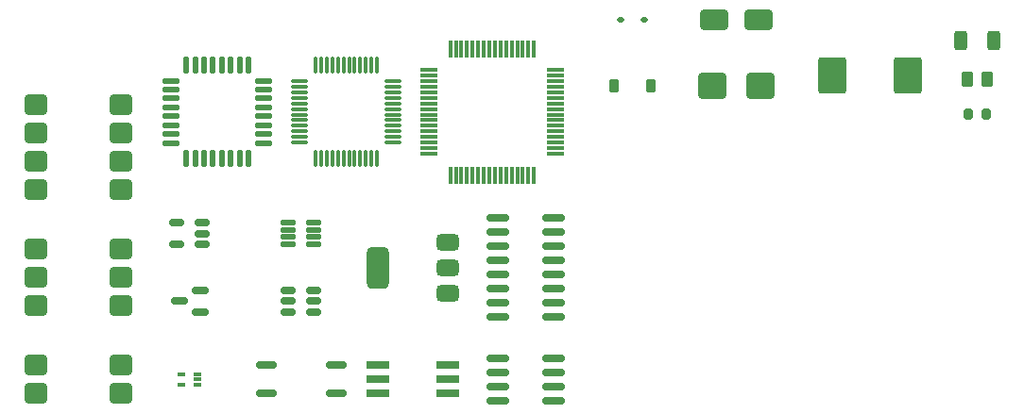
<source format=gbp>
%TF.GenerationSoftware,KiCad,Pcbnew,9.0.6*%
%TF.CreationDate,2025-11-26T14:41:24-05:00*%
%TF.ProjectId,smt_training,736d745f-7472-4616-996e-696e672e6b69,1.1*%
%TF.SameCoordinates,Original*%
%TF.FileFunction,Paste,Bot*%
%TF.FilePolarity,Positive*%
%FSLAX46Y46*%
G04 Gerber Fmt 4.6, Leading zero omitted, Abs format (unit mm)*
G04 Created by KiCad (PCBNEW 9.0.6) date 2025-11-26 14:41:24*
%MOMM*%
%LPD*%
G01*
G04 APERTURE LIST*
G04 Aperture macros list*
%AMRoundRect*
0 Rectangle with rounded corners*
0 $1 Rounding radius*
0 $2 $3 $4 $5 $6 $7 $8 $9 X,Y pos of 4 corners*
0 Add a 4 corners polygon primitive as box body*
4,1,4,$2,$3,$4,$5,$6,$7,$8,$9,$2,$3,0*
0 Add four circle primitives for the rounded corners*
1,1,$1+$1,$2,$3*
1,1,$1+$1,$4,$5*
1,1,$1+$1,$6,$7*
1,1,$1+$1,$8,$9*
0 Add four rect primitives between the rounded corners*
20,1,$1+$1,$2,$3,$4,$5,0*
20,1,$1+$1,$4,$5,$6,$7,0*
20,1,$1+$1,$6,$7,$8,$9,0*
20,1,$1+$1,$8,$9,$2,$3,0*%
G04 Aperture macros list end*
%ADD10RoundRect,0.125000X0.537500X0.125000X-0.537500X0.125000X-0.537500X-0.125000X0.537500X-0.125000X0*%
%ADD11RoundRect,0.249999X0.750001X0.640001X-0.750001X0.640001X-0.750001X-0.640001X0.750001X-0.640001X0*%
%ADD12RoundRect,0.150000X0.825000X0.150000X-0.825000X0.150000X-0.825000X-0.150000X0.825000X-0.150000X0*%
%ADD13RoundRect,0.150000X0.512500X0.150000X-0.512500X0.150000X-0.512500X-0.150000X0.512500X-0.150000X0*%
%ADD14RoundRect,0.375000X0.625000X0.375000X-0.625000X0.375000X-0.625000X-0.375000X0.625000X-0.375000X0*%
%ADD15RoundRect,0.500000X0.500000X1.400000X-0.500000X1.400000X-0.500000X-1.400000X0.500000X-1.400000X0*%
%ADD16RoundRect,0.075000X0.700000X0.075000X-0.700000X0.075000X-0.700000X-0.075000X0.700000X-0.075000X0*%
%ADD17RoundRect,0.075000X0.075000X0.700000X-0.075000X0.700000X-0.075000X-0.700000X0.075000X-0.700000X0*%
%ADD18RoundRect,0.150000X0.750000X0.150000X-0.750000X0.150000X-0.750000X-0.150000X0.750000X-0.150000X0*%
%ADD19RoundRect,0.200000X0.200000X0.275000X-0.200000X0.275000X-0.200000X-0.275000X0.200000X-0.275000X0*%
%ADD20RoundRect,0.250000X1.000000X0.650000X-1.000000X0.650000X-1.000000X-0.650000X1.000000X-0.650000X0*%
%ADD21RoundRect,0.125000X0.625000X0.125000X-0.625000X0.125000X-0.625000X-0.125000X0.625000X-0.125000X0*%
%ADD22RoundRect,0.125000X0.125000X0.625000X-0.125000X0.625000X-0.125000X-0.625000X0.125000X-0.625000X0*%
%ADD23RoundRect,0.225000X0.225000X0.375000X-0.225000X0.375000X-0.225000X-0.375000X0.225000X-0.375000X0*%
%ADD24RoundRect,0.250000X1.000000X0.900000X-1.000000X0.900000X-1.000000X-0.900000X1.000000X-0.900000X0*%
%ADD25RoundRect,0.087500X0.250000X0.087500X-0.250000X0.087500X-0.250000X-0.087500X0.250000X-0.087500X0*%
%ADD26RoundRect,0.112500X0.187500X0.112500X-0.187500X0.112500X-0.187500X-0.112500X0.187500X-0.112500X0*%
%ADD27RoundRect,0.075000X0.662500X0.075000X-0.662500X0.075000X-0.662500X-0.075000X0.662500X-0.075000X0*%
%ADD28RoundRect,0.075000X0.075000X0.662500X-0.075000X0.662500X-0.075000X-0.662500X0.075000X-0.662500X0*%
%ADD29RoundRect,0.250000X0.312500X0.625000X-0.312500X0.625000X-0.312500X-0.625000X0.312500X-0.625000X0*%
%ADD30RoundRect,0.250000X0.262500X0.450000X-0.262500X0.450000X-0.262500X-0.450000X0.262500X-0.450000X0*%
%ADD31RoundRect,0.150000X0.587500X0.150000X-0.587500X0.150000X-0.587500X-0.150000X0.587500X-0.150000X0*%
%ADD32RoundRect,0.250000X1.000000X-1.400000X1.000000X1.400000X-1.000000X1.400000X-1.000000X-1.400000X0*%
%ADD33R,2.000000X0.640000*%
G04 APERTURE END LIST*
D10*
%TO.C,SOT-23-8*%
X56427500Y-60035500D03*
X56427500Y-60685500D03*
X56427500Y-61335500D03*
X56427500Y-61985500D03*
X54152500Y-61985500D03*
X54152500Y-61335500D03*
X54152500Y-60685500D03*
X54152500Y-60035500D03*
%TD*%
D11*
%TO.C,SMDIP-4*%
X39100000Y-72860500D03*
X39100000Y-75400500D03*
X31480000Y-75400500D03*
X31480000Y-72860500D03*
%TD*%
D12*
%TO.C,SOIC-8*%
X77875000Y-72225500D03*
X77875000Y-73495500D03*
X77875000Y-74765500D03*
X77875000Y-76035500D03*
X72925000Y-76035500D03*
X72925000Y-74765500D03*
X72925000Y-73495500D03*
X72925000Y-72225500D03*
%TD*%
D13*
%TO.C,SOT-23-6*%
X56427500Y-66148000D03*
X56427500Y-67098000D03*
X56427500Y-68048000D03*
X54152500Y-68048000D03*
X54152500Y-67098000D03*
X54152500Y-66148000D03*
%TD*%
D14*
%TO.C,SOT-223*%
X68440000Y-61793000D03*
X68440000Y-64093000D03*
X68440000Y-66393000D03*
D15*
X62140000Y-64093000D03*
%TD*%
D16*
%TO.C,LQFP-64*%
X78075000Y-46343000D03*
X78075000Y-46843000D03*
X78075000Y-47343000D03*
X78075000Y-47843000D03*
X78075000Y-48343000D03*
X78075000Y-48843000D03*
X78075000Y-49343000D03*
X78075000Y-49843000D03*
X78075000Y-50343000D03*
X78075000Y-50843000D03*
X78075000Y-51343000D03*
X78075000Y-51843000D03*
X78075000Y-52343000D03*
X78075000Y-52843000D03*
X78075000Y-53343000D03*
X78075000Y-53843000D03*
D17*
X76150000Y-55768000D03*
X75650000Y-55768000D03*
X75150000Y-55768000D03*
X74650000Y-55768000D03*
X74150000Y-55768000D03*
X73650000Y-55768000D03*
X73150000Y-55768000D03*
X72650000Y-55768000D03*
X72150000Y-55768000D03*
X71650000Y-55768000D03*
X71150000Y-55768000D03*
X70650000Y-55768000D03*
X70150000Y-55768000D03*
X69650000Y-55768000D03*
X69150000Y-55768000D03*
X68650000Y-55768000D03*
D16*
X66725000Y-53843000D03*
X66725000Y-53343000D03*
X66725000Y-52843000D03*
X66725000Y-52343000D03*
X66725000Y-51843000D03*
X66725000Y-51343000D03*
X66725000Y-50843000D03*
X66725000Y-50343000D03*
X66725000Y-49843000D03*
X66725000Y-49343000D03*
X66725000Y-48843000D03*
X66725000Y-48343000D03*
X66725000Y-47843000D03*
X66725000Y-47343000D03*
X66725000Y-46843000D03*
X66725000Y-46343000D03*
D17*
X68650000Y-44418000D03*
X69150000Y-44418000D03*
X69650000Y-44418000D03*
X70150000Y-44418000D03*
X70650000Y-44418000D03*
X71150000Y-44418000D03*
X71650000Y-44418000D03*
X72150000Y-44418000D03*
X72650000Y-44418000D03*
X73150000Y-44418000D03*
X73650000Y-44418000D03*
X74150000Y-44418000D03*
X74650000Y-44418000D03*
X75150000Y-44418000D03*
X75650000Y-44418000D03*
X76150000Y-44418000D03*
%TD*%
D18*
%TO.C,SO-4*%
X58440000Y-72860500D03*
X58440000Y-75400500D03*
X52140000Y-75400500D03*
X52140000Y-72860500D03*
%TD*%
D19*
%TO.C,0603*%
X116715000Y-50303000D03*
X115065000Y-50303000D03*
%TD*%
D20*
%TO.C,SMA*%
X96270000Y-41793000D03*
X92270000Y-41793000D03*
%TD*%
D21*
%TO.C,LQFP-32*%
X51955000Y-47293000D03*
X51955000Y-48093000D03*
X51955000Y-48893000D03*
X51955000Y-49693000D03*
X51955000Y-50493000D03*
X51955000Y-51293000D03*
X51955000Y-52093000D03*
X51955000Y-52893000D03*
D22*
X50580000Y-54268000D03*
X49780000Y-54268000D03*
X48980000Y-54268000D03*
X48180000Y-54268000D03*
X47380000Y-54268000D03*
X46580000Y-54268000D03*
X45780000Y-54268000D03*
X44980000Y-54268000D03*
D21*
X43605000Y-52893000D03*
X43605000Y-52093000D03*
X43605000Y-51293000D03*
X43605000Y-50493000D03*
X43605000Y-49693000D03*
X43605000Y-48893000D03*
X43605000Y-48093000D03*
X43605000Y-47293000D03*
D22*
X44980000Y-45918000D03*
X45780000Y-45918000D03*
X46580000Y-45918000D03*
X47380000Y-45918000D03*
X48180000Y-45918000D03*
X48980000Y-45918000D03*
X49780000Y-45918000D03*
X50580000Y-45918000D03*
%TD*%
D23*
%TO.C,SOD-123*%
X86620000Y-47793000D03*
X83320000Y-47793000D03*
%TD*%
D24*
%TO.C,SMB*%
X96420000Y-47793000D03*
X92120000Y-47793000D03*
%TD*%
D12*
%TO.C,SOIC-16*%
X77875000Y-59648000D03*
X77875000Y-60918000D03*
X77875000Y-62188000D03*
X77875000Y-63458000D03*
X77875000Y-64728000D03*
X77875000Y-65998000D03*
X77875000Y-67268000D03*
X77875000Y-68538000D03*
X72925000Y-68538000D03*
X72925000Y-67268000D03*
X72925000Y-65998000D03*
X72925000Y-64728000D03*
X72925000Y-63458000D03*
X72925000Y-62188000D03*
X72925000Y-60918000D03*
X72925000Y-59648000D03*
%TD*%
D25*
%TO.C,SOT-553*%
X46002500Y-73630500D03*
X46002500Y-74130500D03*
X46002500Y-74630500D03*
X44577500Y-74630500D03*
X44577500Y-73630500D03*
%TD*%
D11*
%TO.C,SMDIP-6*%
X39100000Y-62440500D03*
X39100000Y-64980500D03*
X39100000Y-67520500D03*
X31480000Y-67520500D03*
X31480000Y-64980500D03*
X31480000Y-62440500D03*
%TD*%
D26*
%TO.C,SOD-323*%
X86020000Y-41793000D03*
X83920000Y-41793000D03*
%TD*%
D27*
%TO.C,LQFP-48*%
X63492500Y-47343000D03*
X63492500Y-47843000D03*
X63492500Y-48343000D03*
X63492500Y-48843000D03*
X63492500Y-49343000D03*
X63492500Y-49843000D03*
X63492500Y-50343000D03*
X63492500Y-50843000D03*
X63492500Y-51343000D03*
X63492500Y-51843000D03*
X63492500Y-52343000D03*
X63492500Y-52843000D03*
D28*
X62080000Y-54255500D03*
X61580000Y-54255500D03*
X61080000Y-54255500D03*
X60580000Y-54255500D03*
X60080000Y-54255500D03*
X59580000Y-54255500D03*
X59080000Y-54255500D03*
X58580000Y-54255500D03*
X58080000Y-54255500D03*
X57580000Y-54255500D03*
X57080000Y-54255500D03*
X56580000Y-54255500D03*
D27*
X55167500Y-52843000D03*
X55167500Y-52343000D03*
X55167500Y-51843000D03*
X55167500Y-51343000D03*
X55167500Y-50843000D03*
X55167500Y-50343000D03*
X55167500Y-49843000D03*
X55167500Y-49343000D03*
X55167500Y-48843000D03*
X55167500Y-48343000D03*
X55167500Y-47843000D03*
X55167500Y-47343000D03*
D28*
X56580000Y-45930500D03*
X57080000Y-45930500D03*
X57580000Y-45930500D03*
X58080000Y-45930500D03*
X58580000Y-45930500D03*
X59080000Y-45930500D03*
X59580000Y-45930500D03*
X60080000Y-45930500D03*
X60580000Y-45930500D03*
X61080000Y-45930500D03*
X61580000Y-45930500D03*
X62080000Y-45930500D03*
%TD*%
D29*
%TO.C,1206*%
X117352500Y-43653000D03*
X114427500Y-43653000D03*
%TD*%
D30*
%TO.C,0805*%
X116802500Y-47178000D03*
X114977500Y-47178000D03*
%TD*%
D13*
%TO.C,SOT-23-5*%
X46427500Y-60073000D03*
X46427500Y-61023000D03*
X46427500Y-61973000D03*
X44152500Y-61973000D03*
X44152500Y-60073000D03*
%TD*%
D31*
%TO.C,SOT-23*%
X46227500Y-66148000D03*
X46227500Y-68048000D03*
X44352500Y-67098000D03*
%TD*%
D32*
%TO.C,SMC*%
X109670000Y-46793000D03*
X102870000Y-46793000D03*
%TD*%
D11*
%TO.C,SMDIP-8*%
X39100000Y-49480500D03*
X39100000Y-52020500D03*
X39100000Y-54560500D03*
X39100000Y-57100500D03*
X31480000Y-57100500D03*
X31480000Y-54560500D03*
X31480000Y-52020500D03*
X31480000Y-49480500D03*
%TD*%
D33*
%TO.C,SO-6*%
X68440000Y-72860500D03*
X68440000Y-74130500D03*
X68440000Y-75400500D03*
X62140000Y-75400500D03*
X62140000Y-74130500D03*
X62140000Y-72860500D03*
%TD*%
M02*

</source>
